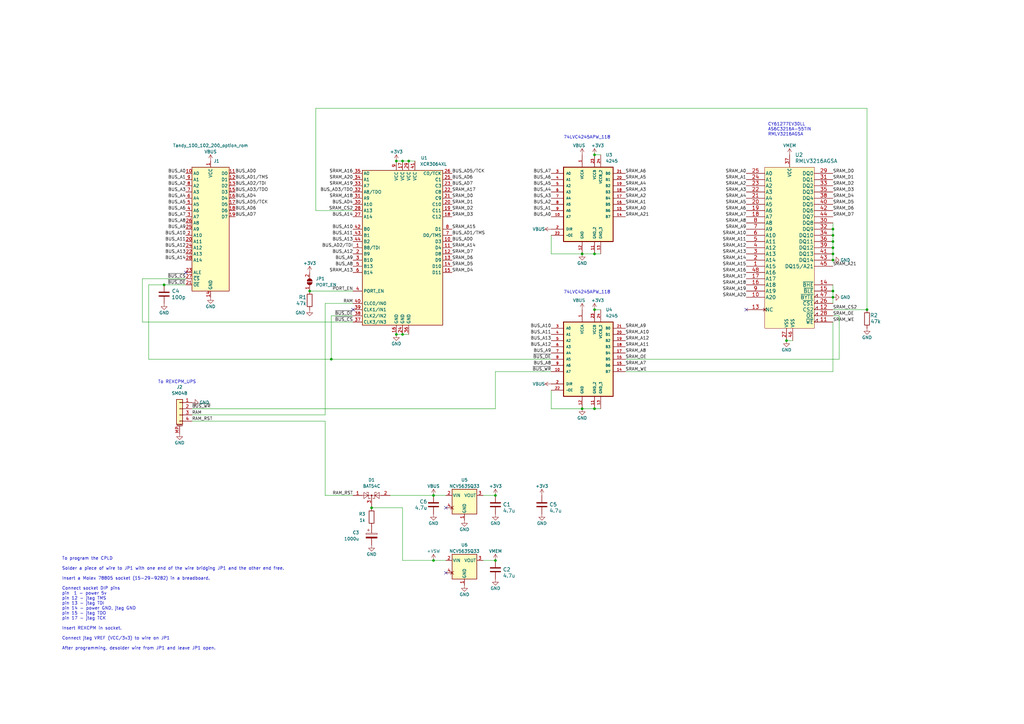
<source format=kicad_sch>
(kicad_sch (version 20230121) (generator eeschema)
  (paper "A3")
  (title_block (title "REXCPM bkw") (date "2023-11-06") (rev "007") (company "Brian K. White - b.kenyon.w@gmail.com") (comment 1 "Original design: Steven Adolph") (comment 2 "Based on REXCPMv7"))
  (lib_symbols
    (symbol "000_LOCAL:BAT54C" (pin_names (offset 1.016))
      (property "Reference" "D" (at 0.635 -3.81 0))
      (property "Value" "BAT54C" (at -6.35 3.175 0))
      (symbol "BAT54C_0_1"
        (polyline (pts (xy -1.905 0) (xy 1.905 0)))
        (polyline (pts (xy -1.905 1.27) (xy -1.905 1.016)))
        (polyline (pts (xy -1.27 -1.27) (xy -0.635 -1.27)))
        (polyline (pts (xy -1.27 0) (xy -3.81 0)))
        (polyline (pts (xy -1.27 1.27) (xy -1.905 1.27)))
        (polyline (pts (xy -1.27 1.27) (xy -1.27 -1.27)))
        (polyline (pts (xy -0.635 -1.27) (xy -0.635 -1.016)))
        (polyline (pts (xy 0.635 -1.27) (xy 0.635 -1.016)))
        (polyline (pts (xy 1.27 -1.27) (xy 0.635 -1.27)))
        (polyline (pts (xy 1.27 1.27) (xy 1.27 -1.27)))
        (polyline (pts (xy 1.27 1.27) (xy 1.905 1.27)))
        (polyline (pts (xy 1.905 1.27) (xy 1.905 1.016)))
        (polyline (pts (xy 3.81 0) (xy 1.27 0)))
        (polyline (pts (xy -3.175 -1.27) (xy -3.175 1.27) (xy -1.27 0) (xy -3.175 -1.27)))
        (polyline (pts (xy 3.175 -1.27) (xy 3.175 1.27) (xy 1.27 0) (xy 3.175 -1.27)))
        (circle (center 0 0) (radius 0.254) (fill (type outline)))
      )
      (symbol "BAT54C_1_1"
        (pin passive line (at -7.62 0 0) (length 3.81) (name "~") (number "1"))
        (pin passive line (at 7.62 0 180) (length 3.81) (name "~") (number "2"))
        (pin passive line (at 0 -5.08 90) (length 5.08) (name "~") (number "3"))
      )
    )
    (symbol "000_LOCAL:C" (pin_numbers hide) (pin_names (offset 0.254))
      (property "Reference" "C" (at 0.635 2.54 0))
      (property "Value" "C" (at 0.635 -2.54 0))
      (symbol "C_0_1"
        (polyline (pts (xy -2.032 -0.762) (xy 2.032 -0.762)) (stroke (width 0.508)))
        (polyline (pts (xy -2.032 0.762) (xy 2.032 0.762)) (stroke (width 0.508)))
      )
      (symbol "C_1_1"
        (pin passive line (at 0 3.81 270) (length 2.794) (name "~") (number "1"))
        (pin passive line (at 0 -3.81 90) (length 2.794) (name "~") (number "2"))
      )
    )
    (symbol "000_LOCAL:CP" (pin_numbers hide) (pin_names (offset 0.254))
      (property "Reference" "C" (at 0.635 2.54 0))
      (property "Value" "CP" (at 0.635 -2.54 0))
      (symbol "CP_0_1"
        (rectangle (start -2.286 0.508) (end 2.286 1.016))
        (polyline (pts (xy -1.778 2.286) (xy -0.762 2.286)))
        (polyline (pts (xy -1.27 2.794) (xy -1.27 1.778)))
        (rectangle (start 2.286 -0.508) (end -2.286 -1.016) (fill (type outline)))
      )
      (symbol "CP_1_1"
        (pin passive line (at 0 3.81 270) (length 2.794) (name "~") (number "1"))
        (pin passive line (at 0 -3.81 90) (length 2.794) (name "~") (number "2"))
      )
    )
    (symbol "000_LOCAL:CY62177" (pin_names (offset 0.254))
      (property "Reference" "U" (at -10.16 34.29 0))
      (property "Value" "CY61277" (at 2.54 34.29 0))
      (symbol "CY62177_1_0"
        (pin power_in line (at -1.27 -38.1 90) (length 5.08) (name "VSS") (number "27"))
        (pin power_in line (at 0 38.1 270) (length 5.08) (name "VCC") (number "37"))
        (pin power_in line (at 1.27 -38.1 90) (length 5.08) (name "VSS") (number "46"))
      )
      (symbol "CY62177_1_1"
        (rectangle (start -10.16 33.02) (end 10.16 -33.02) (fill (type background)))
        (pin input line (at -17.78 -7.62 0) (length 7.62) (name "A15") (number "1"))
        (pin input line (at -17.78 -20.32 0) (length 7.62) (name "A20") (number "10"))
        (pin input input_low (at 17.78 -30.48 180) (length 7.62) (name "~{WE}") (number "11"))
        (pin input input_low (at 17.78 -25.4 180) (length 7.62) (name "CS2") (number "12"))
        (pin passive non_logic (at -17.78 -25.4 0) (length 7.62) (name "NC") (number "13"))
        (pin input line (at 17.78 -15.24 180) (length 7.62) (name "~{BHE}") (number "14"))
        (pin input line (at 17.78 -17.78 180) (length 7.62) (name "~{BLE}") (number "15"))
        (pin input line (at -17.78 -15.24 0) (length 7.62) (name "A18") (number "16"))
        (pin input line (at -17.78 -12.7 0) (length 7.62) (name "A17") (number "17"))
        (pin input line (at -17.78 12.7 0) (length 7.62) (name "A7") (number "18"))
        (pin input line (at -17.78 15.24 0) (length 7.62) (name "A6") (number "19"))
        (pin input line (at -17.78 -5.08 0) (length 7.62) (name "A14") (number "2"))
        (pin input line (at -17.78 17.78 0) (length 7.62) (name "A5") (number "20"))
        (pin input line (at -17.78 20.32 0) (length 7.62) (name "A4") (number "21"))
        (pin input line (at -17.78 22.86 0) (length 7.62) (name "A3") (number "22"))
        (pin input line (at -17.78 25.4 0) (length 7.62) (name "A2") (number "23"))
        (pin input line (at -17.78 27.94 0) (length 7.62) (name "A1") (number "24"))
        (pin input line (at -17.78 30.48 0) (length 7.62) (name "A0") (number "25"))
        (pin input input_low (at 17.78 -22.86 180) (length 7.62) (name "~{CS1}") (number "26"))
        (pin input input_low (at 17.78 -27.94 180) (length 7.62) (name "~{OE}") (number "28"))
        (pin bidirectional line (at 17.78 30.48 180) (length 7.62) (name "DQ0") (number "29"))
        (pin input line (at -17.78 -2.54 0) (length 7.62) (name "A13") (number "3"))
        (pin bidirectional line (at 17.78 10.16 180) (length 7.62) (name "DQ8") (number "30"))
        (pin bidirectional line (at 17.78 27.94 180) (length 7.62) (name "DQ1") (number "31"))
        (pin bidirectional line (at 17.78 7.62 180) (length 7.62) (name "DQ9") (number "32"))
        (pin bidirectional line (at 17.78 25.4 180) (length 7.62) (name "DQ2") (number "33"))
        (pin bidirectional line (at 17.78 5.08 180) (length 7.62) (name "DQ10") (number "34"))
        (pin bidirectional line (at 17.78 22.86 180) (length 7.62) (name "DQ3") (number "35"))
        (pin bidirectional line (at 17.78 2.54 180) (length 7.62) (name "DQ11") (number "36"))
        (pin bidirectional line (at 17.78 20.32 180) (length 7.62) (name "DQ4") (number "38"))
        (pin bidirectional line (at 17.78 0 180) (length 7.62) (name "DQ12") (number "39"))
        (pin input line (at -17.78 0 0) (length 7.62) (name "A12") (number "4"))
        (pin bidirectional line (at 17.78 17.78 180) (length 7.62) (name "DQ5") (number "40"))
        (pin bidirectional line (at 17.78 -2.54 180) (length 7.62) (name "DQ13") (number "41"))
        (pin bidirectional line (at 17.78 15.24 180) (length 7.62) (name "DQ6") (number "42"))
        (pin bidirectional line (at 17.78 -5.08 180) (length 7.62) (name "DQ14") (number "43"))
        (pin bidirectional line (at 17.78 12.7 180) (length 7.62) (name "DQ7") (number "44"))
        (pin bidirectional line (at 17.78 -7.62 180) (length 7.62) (name "DQ15/A21") (number "45"))
        (pin input input_low (at 17.78 -20.32 180) (length 7.62) (name "~{BYTE}") (number "47"))
        (pin input line (at -17.78 -10.16 0) (length 7.62) (name "A16") (number "48"))
        (pin input line (at -17.78 2.54 0) (length 7.62) (name "A11") (number "5"))
        (pin input line (at -17.78 5.08 0) (length 7.62) (name "A10") (number "6"))
        (pin input line (at -17.78 7.62 0) (length 7.62) (name "A9") (number "7"))
        (pin input line (at -17.78 10.16 0) (length 7.62) (name "A8") (number "8"))
        (pin input line (at -17.78 -17.78 0) (length 7.62) (name "A19") (number "9"))
      )
    )
    (symbol "000_LOCAL:Conn_01x04_MountingPin" (pin_names (offset 1.016) hide)
      (property "Reference" "J" (at 0 5.08 0))
      (property "Value" "Conn_01x04_MountingPin" (at 1.27 -7.62 0))
      (symbol "Conn_01x04_MountingPin_1_1"
        (rectangle (start -1.27 -4.953) (end 0 -5.207) (stroke (width 0.1524)))
        (rectangle (start -1.27 -2.413) (end 0 -2.667) (stroke (width 0.1524)))
        (rectangle (start -1.27 0.127) (end 0 -0.127) (stroke (width 0.1524)))
        (rectangle (start -1.27 2.667) (end 0 2.413) (stroke (width 0.1524)))
        (rectangle (start -1.27 3.81) (end 1.27 -6.35) (stroke (width 0.254)) (fill (type background)))
        (polyline (pts (xy -1.016 -7.112) (xy 1.016 -7.112)) (stroke (width 0.1524)))
        (text "Mounting" (at 0 -6.731 0) (effects (font (size 0.381 0.381))))
        (pin passive line (at -5.08 2.54 0) (length 3.81) (name "Pin_1") (number "1"))
        (pin passive line (at -5.08 0 0) (length 3.81) (name "Pin_2") (number "2"))
        (pin passive line (at -5.08 -2.54 0) (length 3.81) (name "Pin_3") (number "3"))
        (pin passive line (at -5.08 -5.08 0) (length 3.81) (name "Pin_4") (number "4"))
        (pin passive line (at 0 -10.16 90) (length 3.048) (name "MountPin") (number "MP"))
      )
    )
    (symbol "000_LOCAL:NCP563" (pin_names (offset 0.254))
      (property "Reference" "U" (at 0 8.255 0))
      (property "Value" "NCP563" (at 0 6.35 0))
      (symbol "NCP563_0_1"
        (rectangle (start -5.08 5.08) (end 5.08 -5.08) (stroke (width 0.254)) (fill (type background)))
      )
      (symbol "NCP563_1_1"
        (pin power_in line (at 0 -7.62 90) (length 2.54) (name "GND") (number "1"))
        (pin power_in line (at -7.62 2.54 0) (length 2.54) (name "VIN") (number "2"))
        (pin power_out line (at 7.62 2.54 180) (length 2.54) (name "VOUT") (number "3"))
        (pin passive non_logic (at -7.62 -2.54 0) (length 2.54) (name "") (number "4"))
      )
    )
    (symbol "000_LOCAL:R" (pin_numbers hide) (pin_names (offset 0))
      (property "Reference" "R" (at 2.032 0 90))
      (property "Value" "R" (at 0 0 90))
      (symbol "R_0_1"
        (rectangle (start -1.016 -2.54) (end 1.016 2.54) (stroke (width 0.254)))
      )
      (symbol "R_1_1"
        (pin passive line (at 0 3.81 270) (length 1.27) (name "~") (number "1"))
        (pin passive line (at 0 -3.81 90) (length 1.27) (name "~") (number "2"))
      )
    )
    (symbol "000_LOCAL:SolderJumper_2_Open" (pin_names (offset 0) hide)
      (property "Reference" "JP" (at 0 2.032 0))
      (property "Value" "SolderJumper_2_Open" (at 0 -2.54 0))
      (symbol "SolderJumper_2_Open_0_1"
        (arc (start -0.254 1.016) (mid -1.2656 0) (end -0.254 -1.016))
        (arc (start -0.254 1.016) (mid -1.2656 0) (end -0.254 -1.016) (fill (type outline)))
        (polyline (pts (xy -0.254 1.016) (xy -0.254 -1.016)))
        (polyline (pts (xy 0.254 1.016) (xy 0.254 -1.016)))
        (arc (start 0.254 -1.016) (mid 1.2656 0) (end 0.254 1.016))
        (arc (start 0.254 -1.016) (mid 1.2656 0) (end 0.254 1.016) (fill (type outline)))
      )
      (symbol "SolderJumper_2_Open_1_1"
        (pin passive line (at -3.81 0 0) (length 2.54) (name "A") (number "1"))
        (pin passive line (at 3.81 0 180) (length 2.54) (name "B") (number "2"))
      )
    )
    (symbol "000_LOCAL:Tandy_100_102_200_option_rom"
      (property "Reference" "U" (at -7.62 26.67 0))
      (property "Value" "Tandy_100_102_200_option_rom" (at 2.54 -26.67 0))
      (symbol "Tandy_100_102_200_option_rom_1_1"
        (rectangle (start -7.62 25.4) (end 7.62 -25.4) (stroke (width 0.254)) (fill (type background)))
        (pin power_in line (at 0 27.94 270) (length 2.54) (name "VCC") (number "1"))
        (pin input line (at -10.16 22.86 0) (length 2.54) (name "A0") (number "10"))
        (pin tri_state line (at 10.16 22.86 180) (length 2.54) (name "D0") (number "11"))
        (pin tri_state line (at 10.16 20.32 180) (length 2.54) (name "D1") (number "12"))
        (pin tri_state line (at 10.16 17.78 180) (length 2.54) (name "D2") (number "13"))
        (pin power_in line (at 0 -27.94 90) (length 2.54) (name "GND") (number "14"))
        (pin tri_state line (at 10.16 15.24 180) (length 2.54) (name "D3") (number "15"))
        (pin tri_state line (at 10.16 12.7 180) (length 2.54) (name "D4") (number "16"))
        (pin tri_state line (at 10.16 10.16 180) (length 2.54) (name "D5") (number "17"))
        (pin tri_state line (at 10.16 7.62 180) (length 2.54) (name "D6") (number "18"))
        (pin tri_state line (at 10.16 5.08 180) (length 2.54) (name "D7") (number "19"))
        (pin input line (at -10.16 -2.54 0) (length 2.54) (name "A10") (number "2"))
        (pin input line (at -10.16 -5.08 0) (length 2.54) (name "A11") (number "20"))
        (pin input line (at -10.16 -22.86 0) (length 2.54) (name "~{OE}") (number "21"))
        (pin input line (at -10.16 -10.16 0) (length 2.54) (name "A13") (number "22"))
        (pin input line (at -10.16 -17.78 0) (length 2.54) (name "ALE") (number "23"))
        (pin input line (at -10.16 -7.62 0) (length 2.54) (name "A12") (number "24"))
        (pin input line (at -10.16 0 0) (length 2.54) (name "A9") (number "25"))
        (pin input line (at -10.16 2.54 0) (length 2.54) (name "A8") (number "26"))
        (pin input line (at -10.16 -20.32 0) (length 2.54) (name "~{CS}") (number "27"))
        (pin input line (at -10.16 -12.7 0) (length 2.54) (name "A14") (number "28"))
        (pin input line (at -10.16 5.08 0) (length 2.54) (name "A7") (number "3"))
        (pin input line (at -10.16 7.62 0) (length 2.54) (name "A6") (number "4"))
        (pin input line (at -10.16 10.16 0) (length 2.54) (name "A5") (number "5"))
        (pin input line (at -10.16 12.7 0) (length 2.54) (name "A4") (number "6"))
        (pin input line (at -10.16 15.24 0) (length 2.54) (name "A3") (number "7"))
        (pin input line (at -10.16 17.78 0) (length 2.54) (name "A2") (number "8"))
        (pin input line (at -10.16 20.32 0) (length 2.54) (name "A1") (number "9"))
      )
    )
    (symbol "000_LOCAL:XCR3064-VQ44"
      (property "Reference" "U" (at 0.254 2.032 0))
      (property "Value" "XCR3064-VQ44" (at 0.127 -2.286 0))
      (symbol "XCR3064-VQ44_1_1"
        (rectangle (start -16.51 31.75) (end 16.51 -31.75) (stroke (width 0.254)) (fill (type background)))
        (pin passive line (at -20.32 0 0) (length 3.81) (name "B8/TDI") (number "1"))
        (pin passive line (at 20.32 2.54 180) (length 3.81) (name "D3") (number "10"))
        (pin passive line (at 20.32 0 180) (length 3.81) (name "D4") (number "11"))
        (pin passive line (at 20.32 -2.54 180) (length 3.81) (name "D8") (number "12"))
        (pin passive line (at 20.32 -5.08 180) (length 3.81) (name "D9") (number "13"))
        (pin passive line (at 20.32 -7.62 180) (length 3.81) (name "D10") (number "14"))
        (pin passive line (at 20.32 -10.16 180) (length 3.81) (name "D11") (number "15"))
        (pin power_in line (at -2.54 -35.56 90) (length 3.81) (name "GND") (number "16"))
        (pin power_in line (at 0 35.56 270) (length 3.81) (name "VCC") (number "17"))
        (pin passive line (at 20.32 12.7 180) (length 3.81) (name "C12") (number "18"))
        (pin passive line (at 20.32 15.24 180) (length 3.81) (name "C11") (number "19"))
        (pin passive line (at -20.32 -2.54 0) (length 3.81) (name "B9") (number "2"))
        (pin passive line (at 20.32 17.78 180) (length 3.81) (name "C10") (number "20"))
        (pin passive line (at 20.32 20.32 180) (length 3.81) (name "C9") (number "21"))
        (pin passive line (at 20.32 22.86 180) (length 3.81) (name "C8") (number "22"))
        (pin passive line (at 20.32 25.4 180) (length 3.81) (name "C3") (number "23"))
        (pin power_in line (at 0 -35.56 90) (length 3.81) (name "GND") (number "24"))
        (pin passive line (at 20.32 27.94 180) (length 3.81) (name "C1") (number "25"))
        (pin passive line (at 20.32 30.48 180) (length 3.81) (name "C0/TCK") (number "26"))
        (pin passive line (at -20.32 12.7 0) (length 3.81) (name "A14") (number "27"))
        (pin passive line (at -20.32 15.24 0) (length 3.81) (name "A13") (number "28"))
        (pin power_in line (at 2.54 35.56 270) (length 3.81) (name "VCC") (number "29"))
        (pin passive line (at -20.32 -5.08 0) (length 3.81) (name "B10") (number "3"))
        (pin passive line (at -20.32 17.78 0) (length 3.81) (name "A10") (number "30"))
        (pin passive line (at -20.32 20.32 0) (length 3.81) (name "A9") (number "31"))
        (pin passive line (at -20.32 22.86 0) (length 3.81) (name "A8/TDO") (number "32"))
        (pin passive line (at -20.32 25.4 0) (length 3.81) (name "A7") (number "33"))
        (pin passive line (at -20.32 27.94 0) (length 3.81) (name "A1") (number "34"))
        (pin passive line (at -20.32 30.48 0) (length 3.81) (name "A0") (number "35"))
        (pin power_in line (at 2.54 -35.56 90) (length 3.81) (name "GND") (number "36"))
        (pin input line (at -20.32 -30.48 0) (length 3.81) (name "CLK3/IN3") (number "37"))
        (pin input line (at -20.32 -27.94 0) (length 3.81) (name "CLK2/IN2") (number "38"))
        (pin input line (at -20.32 -25.4 0) (length 3.81) (name "CLK1/IN1") (number "39"))
        (pin input line (at -20.32 -17.78 0) (length 3.81) (name "PORT_EN") (number "4"))
        (pin input line (at -20.32 -22.86 0) (length 3.81) (name "CLC0/IN0") (number "40"))
        (pin power_in line (at 5.08 35.56 270) (length 3.81) (name "VCC") (number "41"))
        (pin passive line (at -20.32 7.62 0) (length 3.81) (name "B0") (number "42"))
        (pin passive line (at -20.32 5.08 0) (length 3.81) (name "B1") (number "43"))
        (pin passive line (at -20.32 2.54 0) (length 3.81) (name "B2") (number "44"))
        (pin passive line (at -20.32 -7.62 0) (length 3.81) (name "B13") (number "5"))
        (pin passive line (at -20.32 -10.16 0) (length 3.81) (name "B14") (number "6"))
        (pin passive line (at 20.32 5.08 180) (length 3.81) (name "D0/TMS") (number "7"))
        (pin passive line (at 20.32 7.62 180) (length 3.81) (name "D1") (number "8"))
        (pin power_in line (at -2.54 35.56 270) (length 3.81) (name "VCC") (number "9"))
      )
    )
    (symbol "74LVC4245APW_118_1" (pin_names (offset 1.016))
      (property "Reference" "U" (at 5.842 18.796 0))
      (property "Value" "74LVC4245APW_118" (at 5.588 15.24 0))
      (symbol "74LVC4245APW_118_1_0_0"
        (rectangle (start -10.16 13.97) (end 10.16 -16.51) (stroke (width 0.4064)) (fill (type background)))
        (pin bidirectional line (at -15.24 -6.35 0) (length 5.08) (name "A7") (number "10"))
        (pin passive line (at 2.54 -21.59 90) (length 5.08) (name "GND_2") (number "11"))
        (pin passive line (at -2.54 -21.59 90) (length 5.08) (name "GND") (number "12"))
        (pin passive line (at 5.08 -21.59 90) (length 5.08) (name "GND_3") (number "13"))
        (pin bidirectional line (at 15.24 -6.35 180) (length 5.08) (name "B7") (number "14"))
        (pin bidirectional line (at 15.24 -3.81 180) (length 5.08) (name "B6") (number "15"))
        (pin bidirectional line (at 15.24 -1.27 180) (length 5.08) (name "B5") (number "16"))
        (pin bidirectional line (at 15.24 1.27 180) (length 5.08) (name "B4") (number "17"))
        (pin bidirectional line (at 15.24 3.81 180) (length 5.08) (name "B3") (number "18"))
        (pin bidirectional line (at 15.24 6.35 180) (length 5.08) (name "B2") (number "19"))
        (pin input line (at -15.24 -11.43 0) (length 5.08) (name "DIR") (number "2"))
        (pin bidirectional line (at 15.24 8.89 180) (length 5.08) (name "B1") (number "20"))
        (pin bidirectional line (at 15.24 11.43 180) (length 5.08) (name "B0") (number "21"))
        (pin input line (at -15.24 -13.97 0) (length 5.08) (name "~OE") (number "22"))
        (pin bidirectional line (at -15.24 11.43 0) (length 5.08) (name "A0") (number "3"))
        (pin bidirectional line (at -15.24 8.89 0) (length 5.08) (name "A1") (number "4"))
        (pin bidirectional line (at -15.24 6.35 0) (length 5.08) (name "A2") (number "5"))
        (pin bidirectional line (at -15.24 3.81 0) (length 5.08) (name "A3") (number "6"))
        (pin bidirectional line (at -15.24 1.27 0) (length 5.08) (name "A4") (number "7"))
        (pin bidirectional line (at -15.24 -1.27 0) (length 5.08) (name "A5") (number "8"))
        (pin bidirectional line (at -15.24 -3.81 0) (length 5.08) (name "A6") (number "9"))
      )
      (symbol "74LVC4245APW_118_1_1_0"
        (pin power_in line (at -2.54 19.05 270) (length 5.08) (name "VCCA") (number "1"))
        (pin power_in line (at 2.54 19.05 270) (length 5.08) (name "VCCB") (number "23"))
        (pin power_in line (at 5.08 19.05 270) (length 5.08) (name "VCCB_2") (number "24"))
      )
    )
    (symbol "74LVC4245APW_118_2" (pin_names (offset 1.016))
      (property "Reference" "U" (at 5.842 18.796 0))
      (property "Value" "74LVC4245APW_118" (at 5.588 15.24 0))
      (symbol "74LVC4245APW_118_2_0_0"
        (rectangle (start -10.16 13.97) (end 10.16 -16.51) (stroke (width 0.4064)) (fill (type background)))
        (pin bidirectional line (at -15.24 -6.35 0) (length 5.08) (name "A7") (number "10"))
        (pin passive line (at 2.54 -21.59 90) (length 5.08) (name "GND_2") (number "11"))
        (pin passive line (at -2.54 -21.59 90) (length 5.08) (name "GND") (number "12"))
        (pin passive line (at 5.08 -21.59 90) (length 5.08) (name "GND_3") (number "13"))
        (pin bidirectional line (at 15.24 -6.35 180) (length 5.08) (name "B7") (number "14"))
        (pin bidirectional line (at 15.24 -3.81 180) (length 5.08) (name "B6") (number "15"))
        (pin bidirectional line (at 15.24 -1.27 180) (length 5.08) (name "B5") (number "16"))
        (pin bidirectional line (at 15.24 1.27 180) (length 5.08) (name "B4") (number "17"))
        (pin bidirectional line (at 15.24 3.81 180) (length 5.08) (name "B3") (number "18"))
        (pin bidirectional line (at 15.24 6.35 180) (length 5.08) (name "B2") (number "19"))
        (pin input line (at -15.24 -11.43 0) (length 5.08) (name "DIR") (number "2"))
        (pin bidirectional line (at 15.24 8.89 180) (length 5.08) (name "B1") (number "20"))
        (pin bidirectional line (at 15.24 11.43 180) (length 5.08) (name "B0") (number "21"))
        (pin input line (at -15.24 -13.97 0) (length 5.08) (name "~OE") (number "22"))
        (pin bidirectional line (at -15.24 11.43 0) (length 5.08) (name "A0") (number "3"))
        (pin bidirectional line (at -15.24 8.89 0) (length 5.08) (name "A1") (number "4"))
        (pin bidirectional line (at -15.24 6.35 0) (length 5.08) (name "A2") (number "5"))
        (pin bidirectional line (at -15.24 3.81 0) (length 5.08) (name "A3") (number "6"))
        (pin bidirectional line (at -15.24 1.27 0) (length 5.08) (name "A4") (number "7"))
        (pin bidirectional line (at -15.24 -1.27 0) (length 5.08) (name "A5") (number "8"))
        (pin bidirectional line (at -15.24 -3.81 0) (length 5.08) (name "A6") (number "9"))
      )
      (symbol "74LVC4245APW_118_2_1_0"
        (pin power_in line (at -2.54 19.05 270) (length 5.08) (name "VCCA") (number "1"))
        (pin power_in line (at 2.54 19.05 270) (length 5.08) (name "VCCB") (number "23"))
        (pin power_in line (at 5.08 19.05 270) (length 5.08) (name "VCCB_2") (number "24"))
      )
    )
    (symbol "NCP563_1" (pin_names (offset 0.254))
      (property "Reference" "U" (at 0 8.255 0))
      (property "Value" "NCP563" (at 0 6.35 0))
      (symbol "NCP563_1_0_1"
        (rectangle (start -5.08 5.08) (end 5.08 -5.08) (stroke (width 0.254)) (fill (type background)))
      )
      (symbol "NCP563_1_1_1"
        (pin power_in line (at 0 -7.62 90) (length 2.54) (name "GND") (number "1"))
        (pin power_in line (at -7.62 2.54 0) (length 2.54) (name "VIN") (number "2"))
        (pin power_out line (at 7.62 2.54 180) (length 2.54) (name "VOUT") (number "3"))
        (pin passive non_logic (at -7.62 -2.54 0) (length 2.54) (name "") (number "4"))
      )
    )
    (symbol "power:+3V3" (power) (pin_names (offset 0))
      (property "Value" "+3V3" (at 0 3.556 0))
      (symbol "+3V3_0_1"
        (polyline (pts (xy -0.762 1.27) (xy 0 2.54)))
        (polyline (pts (xy 0 0) (xy 0 2.54)))
        (polyline (pts (xy 0 2.54) (xy 0.762 1.27)))
      )
      (symbol "+3V3_1_1"
        (pin power_in line (at 0 0 90) (length 0) hide (name "+3V3") (number "1"))
      )
    )
    (symbol "power:+VSW" (power) (pin_names (offset 0))
      (property "Value" "+VSW" (at 0 3.556 0))
      (symbol "+VSW_0_1"
        (polyline (pts (xy -0.762 1.27) (xy 0 2.54)))
        (polyline (pts (xy 0 0) (xy 0 2.54)))
        (polyline (pts (xy 0 2.54) (xy 0.762 1.27)))
      )
      (symbol "+VSW_1_1"
        (pin power_in line (at 0 0 90) (length 0) hide (name "+VSW") (number "1"))
      )
    )
    (symbol "power:GND" (power) (pin_names (offset 0))
      (property "Value" "GND" (at 0 -3.81 0))
      (symbol "GND_0_1"
        (polyline (pts (xy 0 0) (xy 0 -1.27) (xy 1.27 -1.27) (xy 0 -2.54) (xy -1.27 -1.27) (xy 0 -1.27)))
      )
      (symbol "GND_1_1"
        (pin power_in line (at 0 0 270) (length 0) hide (name "GND") (number "1"))
      )
    )
    (symbol "power:VBUS" (power) (pin_names (offset 0))
      (property "Value" "VBUS" (at 0 3.81 0))
      (symbol "VBUS_0_1"
        (polyline (pts (xy -0.762 1.27) (xy 0 2.54)))
        (polyline (pts (xy 0 0) (xy 0 2.54)))
        (polyline (pts (xy 0 2.54) (xy 0.762 1.27)))
      )
      (symbol "VBUS_1_1"
        (pin power_in line (at 0 0 90) (length 0) hide (name "VBUS") (number "1"))
      )
    )
    (symbol "power:VMEM" (power) (pin_names (offset 0))
      (property "Value" "VMEM" (at 0 3.81 0))
      (symbol "VMEM_0_1"
        (polyline (pts (xy -0.762 1.27) (xy 0 2.54)))
        (polyline (pts (xy 0 0) (xy 0 2.54)))
        (polyline (pts (xy 0 2.54) (xy 0.762 1.27)))
      )
      (symbol "VMEM_1_1"
        (pin power_in line (at 0 0 90) (length 0) hide (name "VMEM") (number "1"))
      )
    )
  )
  (junction (at 162.56 66.04))
  (junction (at 341.63 121.92))
  (junction (at 355.6 127))
  (junction (at 167.64 66.04))
  (junction (at 341.63 104.14))
  (junction (at 165.1 137.16))
  (junction (at 341.63 119.38))
  (junction (at 162.56 137.16))
  (junction (at 203.2 229.87))
  (junction (at 341.63 93.98))
  (junction (at 238.76 104.14))
  (junction (at 135.89 147.32))
  (junction (at 243.84 167.64))
  (junction (at 243.84 63.5))
  (junction (at 152.4 208.28))
  (junction (at 238.76 167.64))
  (junction (at 322.58 139.7))
  (junction (at 177.8 203.2))
  (junction (at 67.31 116.84))
  (junction (at 203.2 203.2))
  (junction (at 341.63 106.68))
  (junction (at 341.63 96.52))
  (junction (at 165.1 66.04))
  (junction (at 341.63 99.06))
  (junction (at 243.84 127))
  (junction (at 127 119.38))
  (junction (at 243.84 104.14))
  (junction (at 341.63 101.6))
  (junction (at 177.8 229.87))
  (no_connect (at 306.07 127))
  (no_connect (at 182.88 234.95))
  (no_connect (at 76.2 111.76))
  (no_connect (at 144.78 127))
  (no_connect (at 182.88 208.28))
  (wire (pts (xy 135.89 147.32) (xy 226.06 147.32)))
  (wire (pts (xy 177.8 229.87) (xy 182.88 229.87)))
  (wire (pts (xy 341.63 104.14) (xy 341.63 106.68)))
  (wire (pts (xy 243.84 104.14) (xy 246.38 104.14)))
  (wire (pts (xy 226.06 167.64) (xy 238.76 167.64)))
  (wire (pts (xy 144.78 86.36) (xy 129.54 86.36)))
  (wire (pts (xy 344.17 147.32) (xy 344.17 129.54)))
  (wire (pts (xy 127 119.38) (xy 144.78 119.38)))
  (wire (pts (xy 256.54 152.4) (xy 341.63 152.4)))
  (wire (pts (xy 129.54 44.45) (xy 355.6 44.45)))
  (wire (pts (xy 198.12 203.2) (xy 203.2 203.2)))
  (wire (pts (xy 177.8 203.2) (xy 182.88 203.2)))
  (wire (pts (xy 256.54 147.32) (xy 344.17 147.32)))
  (wire (pts (xy 67.31 116.84) (xy 60.96 116.84)))
  (wire (pts (xy 203.2 152.4) (xy 226.06 152.4)))
  (wire (pts (xy 133.35 170.18) (xy 133.35 124.46)))
  (wire (pts (xy 341.63 101.6) (xy 341.63 104.14)))
  (wire (pts (xy 341.63 99.06) (xy 341.63 101.6)))
  (wire (pts (xy 355.6 44.45) (xy 355.6 127)))
  (wire (pts (xy 243.84 63.5) (xy 246.38 63.5)))
  (wire (pts (xy 133.35 172.72) (xy 78.74 172.72)))
  (wire (pts (xy 60.96 147.32) (xy 135.89 147.32)))
  (wire (pts (xy 238.76 104.14) (xy 243.84 104.14)))
  (wire (pts (xy 243.84 167.64) (xy 246.38 167.64)))
  (wire (pts (xy 58.42 114.3) (xy 58.42 132.08)))
  (wire (pts (xy 133.35 172.72) (xy 133.35 203.2)))
  (wire (pts (xy 341.63 127) (xy 355.6 127)))
  (wire (pts (xy 344.17 129.54) (xy 341.63 129.54)))
  (wire (pts (xy 238.76 104.14) (xy 226.06 104.14)))
  (wire (pts (xy 341.63 93.98) (xy 341.63 96.52)))
  (wire (pts (xy 167.64 66.04) (xy 170.18 66.04)))
  (wire (pts (xy 165.1 137.16) (xy 167.64 137.16)))
  (wire (pts (xy 165.1 229.87) (xy 177.8 229.87)))
  (wire (pts (xy 341.63 116.84) (xy 341.63 119.38)))
  (wire (pts (xy 341.63 96.52) (xy 341.63 99.06)))
  (wire (pts (xy 160.02 203.2) (xy 177.8 203.2)))
  (wire (pts (xy 243.84 127) (xy 246.38 127)))
  (wire (pts (xy 165.1 66.04) (xy 167.64 66.04)))
  (wire (pts (xy 238.76 167.64) (xy 243.84 167.64)))
  (wire (pts (xy 135.89 129.54) (xy 135.89 147.32)))
  (wire (pts (xy 341.63 119.38) (xy 341.63 121.92)))
  (wire (pts (xy 60.96 116.84) (xy 60.96 147.32)))
  (wire (pts (xy 78.74 167.64) (xy 203.2 167.64)))
  (wire (pts (xy 67.31 116.84) (xy 76.2 116.84)))
  (wire (pts (xy 341.63 91.44) (xy 341.63 93.98)))
  (wire (pts (xy 198.12 229.87) (xy 203.2 229.87)))
  (wire (pts (xy 133.35 203.2) (xy 144.78 203.2)))
  (wire (pts (xy 162.56 137.16) (xy 165.1 137.16)))
  (wire (pts (xy 152.4 208.28) (xy 165.1 208.28)))
  (wire (pts (xy 226.06 104.14) (xy 226.06 96.52)))
  (wire (pts (xy 76.2 114.3) (xy 58.42 114.3)))
  (wire (pts (xy 78.74 170.18) (xy 133.35 170.18)))
  (wire (pts (xy 341.63 152.4) (xy 341.63 132.08)))
  (wire (pts (xy 203.2 167.64) (xy 203.2 152.4)))
  (wire (pts (xy 341.63 121.92) (xy 341.63 124.46)))
  (wire (pts (xy 58.42 132.08) (xy 144.78 132.08)))
  (wire (pts (xy 135.89 129.54) (xy 144.78 129.54)))
  (wire (pts (xy 226.06 160.02) (xy 226.06 167.64)))
  (wire (pts (xy 133.35 124.46) (xy 144.78 124.46)))
  (wire (pts (xy 165.1 208.28) (xy 165.1 229.87)))
  (wire (pts (xy 129.54 86.36) (xy 129.54 44.45)))
  (wire (pts (xy 162.56 66.04) (xy 165.1 66.04)))
  (wire (pts (xy 322.58 139.7) (xy 325.12 139.7)))
  (text "To program the CPLD\n\nSolder a piece of wire to JP1 with one end of the wire bridging JP1 and the other end free.\n\nInsert a Molex 78805 socket (15-29-9282) in a breadboard.\n\nConnect socket DIP pins\npin  1 - power 5v\npin 12 - jtag TMS\npin 13 - jtag TDI\npin 14 - power GND, jtag GND\npin 15 - jtag TDO\npin 17 - jtag TCK\n\nInsert REXCPM in socket.\n\nConnect jtag VREF (VCC/3v3) to wire on JP1\n\nAfter programming, desolder wire from JP1 and leave JP1 open." (at 25.4 266.7 0) (effects (font (size 1.27 1.27)) (justify left bottom)))
  (text "74LVC4245APW_118" (at 231.14 57.15 0) (effects (font (size 1.27 1.27)) (justify left bottom)))
  (text "To REXCPM_UPS" (at 64.77 157.48 0) (effects (font (size 1.27 1.27)) (justify left bottom)))
  (text "74LVC4245APW_118" (at 231.14 120.65 0) (effects (font (size 1.27 1.27)) (justify left bottom)))
  (text "CY61277EV30LL\nAS6C3216A-55TIN\nRMLV3216AGSA" (at 314.96 55.88 0) (effects (font (size 1.27 1.27)) (justify left bottom)))
  (label "SRAM_A17" (at 306.07 114.3 180))
  (label "BUS_A5" (at 76.2 83.82 180))
  (label "RAM_RST" (at 144.78 203.2 180))
  (label "BUS_A8" (at 76.2 91.44 180))
  (label "SRAM_D0" (at 341.63 71.12 0))
  (label "PORT_EN" (at 144.78 119.38 180))
  (label "SRAM_A18" (at 144.78 81.28 180))
  (label "SRAM_WE" (at 341.63 132.08 0))
  (label "BUS_A8" (at 144.78 109.22 180))
  (label "BUS_A14" (at 144.78 88.9 180))
  (label "~{BUS_CS}" (at 144.78 132.08 180))
  (label "SRAM_WE" (at 256.54 152.4 0))
  (label "SRAM_A3" (at 256.54 78.74 0))
  (label "RAM" (at 144.78 124.46 180))
  (label "BUS_A6" (at 226.06 73.66 180))
  (label "BUS_AD6" (at 185.42 73.66 0))
  (label "SRAM_D6" (at 341.63 86.36 0))
  (label "BUS_A12" (at 76.2 101.6 180))
  (label "SRAM_A6" (at 256.54 71.12 0))
  (label "BUS_AD7" (at 96.52 88.9 0))
  (label "SRAM_A12" (at 256.54 139.7 0))
  (label "SRAM_CS2" (at 341.63 127 0))
  (label "SRAM_A18" (at 306.07 116.84 180))
  (label "SRAM_A14" (at 185.42 101.6 0))
  (label "BUS_A12" (at 144.78 104.14 180))
  (label "BUS_AD2{slash}TDI" (at 144.78 101.6 180))
  (label "SRAM_A10" (at 256.54 137.16 0))
  (label "SRAM_A9" (at 256.54 134.62 0))
  (label "SRAM_A16" (at 306.07 111.76 180))
  (label "SRAM_A11" (at 306.07 99.06 180))
  (label "BUS_A11" (at 226.06 137.16 180))
  (label "BUS_AD4" (at 96.52 81.28 0))
  (label "SRAM_D2" (at 185.42 86.36 0))
  (label "BUS_A12" (at 226.06 142.24 180))
  (label "SRAM_A13" (at 144.78 111.76 180))
  (label "BUS_A10" (at 76.2 96.52 180))
  (label "BUS_A13" (at 76.2 104.14 180))
  (label "SRAM_A5" (at 256.54 73.66 0))
  (label "SRAM_A5" (at 306.07 83.82 180))
  (label "BUS_AD4" (at 144.78 83.82 180))
  (label "BUS_A1" (at 76.2 73.66 180))
  (label "~{BUS_OE}" (at 226.06 147.32 180))
  (label "BUS_AD5{slash}TCK" (at 185.42 71.12 0))
  (label "SRAM_A4" (at 256.54 76.2 0))
  (label "BUS_AD6" (at 96.52 86.36 0))
  (label "BUS_AD0" (at 96.52 71.12 0))
  (label "SRAM_A16" (at 144.78 71.12 180))
  (label "BUS_A13" (at 144.78 99.06 180))
  (label "BUS_A3" (at 226.06 81.28 180))
  (label "SRAM_D3" (at 185.42 88.9 0))
  (label "BUS_A11" (at 76.2 99.06 180))
  (label "BUS_A4" (at 226.06 78.74 180))
  (label "SRAM_A11" (at 256.54 142.24 0))
  (label "BUS_A1" (at 226.06 86.36 180))
  (label "SRAM_A20" (at 306.07 121.92 180))
  (label "BUS_A10" (at 144.78 93.98 180))
  (label "SRAM_A2" (at 306.07 76.2 180))
  (label "~{BUS_OE}" (at 76.2 116.84 180))
  (label "SRAM_A4" (at 306.07 81.28 180))
  (label "SRAM_D7" (at 185.42 104.14 0))
  (label "SRAM_D1" (at 185.42 83.82 0))
  (label "SRAM_A1" (at 306.07 73.66 180))
  (label "SRAM_A21" (at 341.63 109.22 0))
  (label "BUS_A5" (at 226.06 76.2 180))
  (label "BUS_A13" (at 226.06 139.7 180))
  (label "~{BUS_WR}" (at 226.06 152.4 180))
  (label "SRAM_A17" (at 185.42 78.74 0))
  (label "BUS_A7" (at 226.06 71.12 180))
  (label "SRAM_A12" (at 306.07 101.6 180))
  (label "SRAM_A13" (at 306.07 104.14 180))
  (label "SRAM_D2" (at 341.63 76.2 0))
  (label "BUS_A0" (at 76.2 71.12 180))
  (label "SRAM_CS2" (at 144.78 86.36 180))
  (label "SRAM_D5" (at 341.63 83.82 0))
  (label "RAM" (at 78.74 170.18 0))
  (label "BUS_A9" (at 144.78 106.68 180))
  (label "BUS_A9" (at 76.2 93.98 180))
  (label "RAM_RST" (at 78.74 172.72 0))
  (label "SRAM_D7" (at 341.63 88.9 0))
  (label "SRAM_A9" (at 306.07 93.98 180))
  (label "SRAM_A2" (at 256.54 81.28 0))
  (label "SRAM_A0" (at 306.07 71.12 180))
  (label "BUS_AD0" (at 185.42 99.06 0))
  (label "BUS_AD3{slash}TDO" (at 144.78 78.74 180))
  (label "BUS_A2" (at 76.2 76.2 180))
  (label "SRAM_D4" (at 341.63 81.28 0))
  (label "SRAM_A19" (at 306.07 119.38 180))
  (label "~{BUS_CS}" (at 76.2 114.3 180))
  (label "BUS_A6" (at 76.2 86.36 180))
  (label "SRAM_A7" (at 256.54 149.86 0))
  (label "BUS_A11" (at 144.78 96.52 180))
  (label "BUS_AD5{slash}TCK" (at 96.52 83.82 0))
  (label "BUS_A2" (at 226.06 83.82 180))
  (label "SRAM_A15" (at 306.07 109.22 180))
  (label "BUS_A10" (at 226.06 134.62 180))
  (label "BUS_A9" (at 226.06 144.78 180))
  (label "SRAM_D5" (at 185.42 109.22 0))
  (label "BUS_AD3{slash}TDO" (at 96.52 78.74 0))
  (label "SRAM_D0" (at 185.42 81.28 0))
  (label "SRAM_D4" (at 185.42 111.76 0))
  (label "SRAM_D6" (at 185.42 106.68 0))
  (label "SRAM_A10" (at 306.07 96.52 180))
  (label "BUS_AD2{slash}TDI" (at 96.52 76.2 0))
  (label "SRAM_OE" (at 341.63 129.54 0))
  (label "SRAM_A7" (at 306.07 88.9 180))
  (label "BUS_A0" (at 226.06 88.9 180))
  (label "SRAM_A0" (at 256.54 86.36 0))
  (label "SRAM_A8" (at 256.54 144.78 0))
  (label "BUS_AD1{slash}TMS" (at 185.42 96.52 0))
  (label "BUS_AD7" (at 185.42 76.2 0))
  (label "SRAM_A1" (at 256.54 83.82 0))
  (label "SRAM_A14" (at 306.07 106.68 180))
  (label "SRAM_A15" (at 185.42 93.98 0))
  (label "SRAM_A6" (at 306.07 86.36 180))
  (label "SRAM_A21" (at 256.54 88.9 0))
  (label "SRAM_A8" (at 306.07 91.44 180))
  (label "SRAM_A19" (at 144.78 76.2 180))
  (label "BUS_A3" (at 76.2 78.74 180))
  (label "SRAM_OE" (at 256.54 147.32 0))
  (label "BUS_A8" (at 226.06 149.86 180))
  (label "BUS_AD1{slash}TMS" (at 96.52 73.66 0))
  (label "SRAM_A3" (at 306.07 78.74 180))
  (label "SRAM_D1" (at 341.63 73.66 0))
  (label "~{BUS_WR}" (at 78.74 167.64 0))
  (label "SRAM_D3" (at 341.63 78.74 0))
  (label "SRAM_A20" (at 144.78 73.66 180))
  (label "BUS_A7" (at 76.2 88.9 180))
  (label "BUS_A4" (at 76.2 81.28 180))
  (label "~{BUS_OE}" (at 144.78 129.54 180))
  (label "BUS_A14" (at 76.2 106.68 180))
  (symbol (lib_id "000_LOCAL:R") (at 127 123.19 0) (mirror y) (unit 1)
    (property "Reference" "R1" (at 125.73 121.92 0) (effects (font (size 1.4986 1.4986)) (justify left)))
    (property "Value" "47k" (at 125.73 124.46 0) (effects (font (size 1.4986 1.4986)) (justify left)))
    (property "Footprint" "000_LOCAL:R_0805" (effects hide))
  )
  (symbol (lib_id "000_LOCAL:C") (at 203.2 207.01 0) (unit 1)
    (property "Reference" "C1" (at 206.248 207.772 0) (effects (font (size 1.4986 1.4986)) (justify left bottom)))
    (property "Value" "4.7u" (at 206.248 210.312 0) (effects (font (size 1.4986 1.4986)) (justify left bottom)))
    (property "Footprint" "000_LOCAL:C_0805" (effects hide))
  )
  (symbol (lib_id "power:GND") (at 203.2 210.82 0) (unit 1)
    (property "Reference" "#PWR0104" (effects hide))
    (property "Value" "GND" (at 203.2 214.63 0))
  )
  (symbol (lib_id "power:GND") (at 127 127 0) (unit 1)
    (property "Reference" "#PWR0101" (effects hide))
    (property "Value" "GND" (at 123.19 128.27 0))
  )
  (symbol (lib_id "power:GND") (at 86.36 121.92 0) (unit 1)
    (property "Reference" "#PWR0131" (effects hide))
    (property "Value" "GND" (at 86.36 125.73 0))
  )
  (symbol (lib_id "000_LOCAL:XCR3064-VQ44") (at 165.1 101.6 0) (unit 1)
    (property "Reference" "U1" (at 173.99 64.77 0))
    (property "Value" "XCR3064XL" (at 177.8 67.31 0))
    (property "Footprint" "000_LOCAL:VQFP44" (effects hide))
    (property "Datasheet" "datasheets/XCR3064XL.pdf" (effects hide))
  )
  (symbol (lib_id "power:GND") (at 162.56 137.16 0) (unit 1)
    (property "Reference" "#PWR0102" (effects hide))
    (property "Value" "GND" (at 162.56 140.97 0))
  )
  (symbol (lib_id "power:GND") (at 322.58 139.7 0) (unit 1)
    (property "Reference" "#PWR0123" (effects hide))
    (property "Value" "GND" (at 322.58 143.51 0))
  )
  (symbol (lib_id "power:GND") (at 152.4 223.52 0) (unit 1)
    (property "Reference" "#PWR03" (effects hide))
    (property "Value" "GND" (at 152.4 227.33 0))
  )
  (symbol (lib_id "power:VMEM") (at 323.85 63.5 0) (unit 1)
    (property "Reference" "#PWR017" (effects hide))
    (property "Value" "VMEM" (at 323.85 59.69 0))
  )
  (symbol (lib_id "power:GND") (at 73.66 177.8 0) (unit 1)
    (property "Reference" "#PWR01" (effects hide))
    (property "Value" "GND" (at 73.66 181.61 0))
  )
  (symbol (lib_id "000_LOCAL:CY62177") (at 323.85 101.6 0) (unit 1)
    (property "Reference" "U2" (at 326.0441 63.5 0) (effects (font (size 1.524 1.524)) (justify left)))
    (property "Value" "RMLV3216AGSA" (at 326.0441 66.04 0) (effects (font (size 1.524 1.524)) (justify left)))
    (property "Footprint" "000_LOCAL:TSOP-48" (effects hide))
    (property "Datasheet" "datasheets/RMLV3216AGSA.pdf" (effects hide))
  )
  (symbol (lib_id "power:GND") (at 238.76 167.64 0) (unit 1)
    (property "Reference" "#PWR019" (effects hide))
    (property "Value" "GND" (at 238.76 171.45 0))
  )
  (symbol (lib_id "000_LOCAL:SolderJumper_2_Open") (at 127 115.57 90) (unit 1)
    (property "Reference" "JP1" (at 129.54 114.3 90) (effects (justify right)))
    (property "Value" "PORT_EN" (at 129.54 116.84 90) (effects (justify right)))
    (property "Footprint" "000_LOCAL:SolderJumper_1mm_2p_open" (effects hide))
  )
  (symbol (lib_id "power:+3V3") (at 243.84 63.5 0) (unit 1)
    (property "Reference" "#PWR022" (effects hide))
    (property "Value" "+3V3" (at 245.11 59.69 0))
  )
  (symbol (lib_id "power:GND") (at 190.5 213.36 0) (unit 1)
    (property "Reference" "#PWR028" (effects hide))
    (property "Value" "GND" (at 190.5 217.17 0))
  )
  (symbol (lib_id "power:GND") (at 238.76 104.14 0) (unit 1)
    (property "Reference" "#PWR024" (effects hide))
    (property "Value" "GND" (at 238.76 107.95 0))
  )
  (symbol (lib_id "000_LOCAL:C") (at 177.8 207.01 0) (unit 1)
    (property "Reference" "C6" (at 175.26 205.74 0) (effects (font (size 1.4986 1.4986)) (justify right)))
    (property "Value" "4.7u" (at 175.26 208.28 0) (effects (font (size 1.4986 1.4986)) (justify right)))
    (property "Footprint" "000_LOCAL:C_0805" (effects hide))
  )
  (symbol (lib_id "power:GND") (at 190.5 240.03 0) (unit 1)
    (property "Reference" "#PWR027" (effects hide))
    (property "Value" "GND" (at 190.5 243.84 0))
  )
  (symbol (lib_name "74LVC4245APW_118_1") (lib_id "000_LOCAL:74LVC4245APW_118") (at 241.3 82.55 0) (unit 1)
    (property "Reference" "U3" (at 248.3994 63.5 0) (effects (justify left)))
    (property "Value" "4245" (at 248.3994 66.04 0) (effects (justify left)))
    (property "Footprint" "000_LOCAL:TSSOP-24_4.4x7.8mm_P0.65mm" (effects hide))
    (property "Datasheet" "datasheets/74LVC4245A.pdf" (effects hide))
  )
  (symbol (lib_id "power:GND") (at 222.25 210.82 0) (unit 1)
    (property "Reference" "#PWR025" (effects hide))
    (property "Value" "GND" (at 222.25 214.63 0))
  )
  (symbol (lib_id "power:VBUS") (at 238.76 63.5 0) (unit 1)
    (property "Reference" "#PWR021" (effects hide))
    (property "Value" "VBUS" (at 237.49 59.69 0))
  )
  (symbol (lib_id "power:GND") (at 203.2 237.49 0) (unit 1)
    (property "Reference" "#PWR02" (effects hide))
    (property "Value" "GND" (at 203.2 241.3 0))
  )
  (symbol (lib_id "power:GND") (at 177.8 210.82 0) (unit 1)
    (property "Reference" "#PWR030" (effects hide))
    (property "Value" "GND" (at 177.8 214.63 0))
  )
  (symbol (lib_id "power:VBUS") (at 86.36 66.04 0) (unit 1)
    (property "Reference" "#PWR05" (effects hide))
    (property "Value" "VBUS" (at 86.36 62.23 0))
  )
  (symbol (lib_id "000_LOCAL:C") (at 67.31 120.65 0) (unit 1)
    (property "Reference" "C4" (at 73.66 119.38 0) (effects (font (size 1.4986 1.4986)) (justify right)))
    (property "Value" "100p" (at 76.2 121.92 0) (effects (font (size 1.4986 1.4986)) (justify right)))
    (property "Footprint" "000_LOCAL:C_0805" (effects hide))
  )
  (symbol (lib_id "power:+3V3") (at 243.84 127 0) (unit 1)
    (property "Reference" "#PWR010" (effects hide))
    (property "Value" "+3V3" (at 245.11 123.19 0))
  )
  (symbol (lib_id "000_LOCAL:Conn_01x04_MountingPin") (at 73.66 167.64 0) (mirror y) (unit 1)
    (property "Reference" "J2" (at 73.66 158.75 0))
    (property "Value" "SM04B" (at 73.66 161.29 0))
    (property "Footprint" "000_LOCAL:JST_SH_SM04B-SRSS-TB_1x04-1MP_P1.00mm_Horizontal" (effects hide))
    (property "Datasheet" "datasheets/eSH.pdf" (effects hide))
  )
  (symbol (lib_id "000_LOCAL:C") (at 222.25 207.01 0) (unit 1)
    (property "Reference" "C5" (at 225.298 207.772 0) (effects (font (size 1.4986 1.4986)) (justify left bottom)))
    (property "Value" "4.7u" (at 225.298 210.312 0) (effects (font (size 1.4986 1.4986)) (justify left bottom)))
    (property "Footprint" "000_LOCAL:C_0805" (effects hide))
  )
  (symbol (lib_id "000_LOCAL:C") (at 203.2 233.68 0) (unit 1)
    (property "Reference" "C2" (at 206.248 234.442 0) (effects (font (size 1.4986 1.4986)) (justify left bottom)))
    (property "Value" "4.7u" (at 206.248 236.982 0) (effects (font (size 1.4986 1.4986)) (justify left bottom)))
    (property "Footprint" "000_LOCAL:C_0805" (effects hide))
  )
  (symbol (lib_id "power:GND") (at 78.74 165.1 90) (unit 1)
    (property "Reference" "#PWR026" (effects hide))
    (property "Value" "GND" (at 83.82 165.1 90))
  )
  (symbol (lib_id "power:GND") (at 341.63 121.92 90) (unit 1)
    (property "Reference" "#PWR07" (effects hide))
    (property "Value" "GND" (at 346.71 121.92 90))
  )
  (symbol (lib_id "000_LOCAL:BAT54C") (at 152.4 203.2 0) (unit 1)
    (property "Reference" "D1" (at 152.4 196.85 0))
    (property "Value" "BAT54C" (at 152.4 199.39 0))
    (property "Footprint" "000_LOCAL:SOT-23" (effects hide))
    (property "Datasheet" "datasheets/BAT54-A-C-S-.pdf" (effects hide))
  )
  (symbol (lib_id "power:VBUS") (at 226.06 157.48 90) (unit 1)
    (property "Reference" "#PWR013" (effects hide))
    (property "Value" "VBUS" (at 220.98 157.48 90))
  )
  (symbol (lib_name "NCP563_1") (lib_id "000_LOCAL:NCP563") (at 190.5 205.74 0) (unit 1)
    (property "Reference" "U5" (at 190.5 196.85 0))
    (property "Value" "NCV563SQ33" (at 190.5 199.39 0))
    (property "Footprint" "000_LOCAL:SC-82AB" (effects hide))
    (property "Datasheet" "datasheets/NCP563.pdf" (effects hide))
  )
  (symbol (lib_id "power:GND") (at 67.31 124.46 0) (unit 1)
    (property "Reference" "#PWR04" (effects hide))
    (property "Value" "GND" (at 67.31 128.27 0))
  )
  (symbol (lib_id "000_LOCAL:NCP563") (at 190.5 232.41 0) (unit 1)
    (property "Reference" "U6" (at 190.5 223.52 0))
    (property "Value" "NCV563SQ33" (at 190.5 226.06 0))
    (property "Footprint" "000_LOCAL:SC-82AB" (effects hide))
    (property "Datasheet" "datasheets/NCP563.pdf" (effects hide))
  )
  (symbol (lib_id "power:GND") (at 355.6 134.62 0) (unit 1)
    (property "Reference" "#PWR06" (effects hide))
    (property "Value" "GND" (at 355.6 138.43 0))
  )
  (symbol (lib_id "power:VMEM") (at 203.2 229.87 0) (unit 1)
    (property "Reference" "#PWR016" (effects hide))
    (property "Value" "VMEM" (at 203.2 226.06 0))
  )
  (symbol (lib_id "power:+3V3") (at 127 111.76 0) (unit 1)
    (property "Reference" "#PWR014" (effects hide))
    (property "Value" "+3V3" (at 127 107.95 0))
  )
  (symbol (lib_id "power:VBUS") (at 177.8 203.2 0) (unit 1)
    (property "Reference" "#PWR08" (effects hide))
    (property "Value" "VBUS" (at 177.8 199.39 0))
  )
  (symbol (lib_id "power:VBUS") (at 238.76 127 0) (unit 1)
    (property "Reference" "#PWR09" (effects hide))
    (property "Value" "VBUS" (at 237.49 123.19 0))
  )
  (symbol (lib_id "power:VBUS") (at 226.06 93.98 90) (unit 1)
    (property "Reference" "#PWR023" (effects hide))
    (property "Value" "VBUS" (at 220.98 93.98 90))
  )
  (symbol (lib_id "power:+3V3") (at 162.56 66.04 0) (unit 1)
    (property "Reference" "#PWR018" (effects hide))
    (property "Value" "+3V3" (at 162.56 62.23 0))
  )
  (symbol (lib_id "power:+3V3") (at 222.25 203.2 0) (unit 1)
    (property "Reference" "#PWR020" (effects hide))
    (property "Value" "+3V3" (at 222.25 199.39 0))
  )
  (symbol (lib_id "000_LOCAL:Tandy_100_102_200_option_rom") (at 86.36 93.98 0) (unit 1)
    (property "Reference" "J1" (at 87.63 66.04 0) (effects (justify left)))
    (property "Value" "Tandy_100_102_200_option_rom" (at 86.36 59.69 0))
    (property "Footprint" "000_LOCAL:Molex78802_PCB_28_slots" (effects hide))
  )
  (symbol (lib_id "power:+VSW") (at 177.8 229.87 0) (unit 1)
    (property "Reference" "#PWR012" (effects hide))
    (property "Value" "+VSW" (at 177.8 226.06 0))
  )
  (symbol (lib_name "74LVC4245APW_118_2") (lib_id "000_LOCAL:74LVC4245APW_118") (at 241.3 146.05 0) (unit 1)
    (property "Reference" "U4" (at 248.3994 127 0) (effects (justify left)))
    (property "Value" "4245" (at 248.3994 129.54 0) (effects (justify left)))
    (property "Footprint" "000_LOCAL:TSSOP-24_4.4x7.8mm_P0.65mm" (effects hide))
    (property "Datasheet" "datasheets/74LVC4245A.pdf" (effects hide))
  )
  (symbol (lib_id "000_LOCAL:R") (at 152.4 212.09 0) (unit 1)
    (property "Reference" "R3" (at 149.86 210.82 0) (effects (justify right)))
    (property "Value" "1k" (at 149.86 213.36 0) (effects (justify right)))
    (property "Footprint" "000_LOCAL:R_0805" (effects hide))
  )
  (symbol (lib_id "power:+3V3") (at 203.2 203.2 0) (unit 1)
    (property "Reference" "#PWR015" (effects hide))
    (property "Value" "+3V3" (at 203.2 199.39 0))
  )
  (symbol (lib_id "power:GND") (at 341.63 106.68 90) (unit 1)
    (property "Reference" "#PWR011" (effects hide))
    (property "Value" "GND" (at 346.71 106.68 90))
  )
  (symbol (lib_id "000_LOCAL:R") (at 355.6 130.81 0) (mirror y) (unit 1)
    (property "Reference" "R2" (at 360.045 130.175 0) (effects (font (size 1.4986 1.4986)) (justify left bottom)))
    (property "Value" "47k" (at 361.315 132.715 0) (effects (font (size 1.4986 1.4986)) (justify left bottom)))
    (property "Footprint" "000_LOCAL:R_0805" (effects hide))
  )
  (symbol (lib_id "000_LOCAL:CP") (at 152.4 219.71 0) (unit 1)
    (property "Reference" "C3" (at 147.32 218.44 0) (effects (justify right)))
    (property "Value" "1000u" (at 147.32 220.98 0) (effects (justify right)))
    (property "Footprint" "000_LOCAL:CP_7343-43" (effects hide))
    (property "Datasheet" "datasheets/TAJ.pdf" (effects hide))
  )
)
</source>
